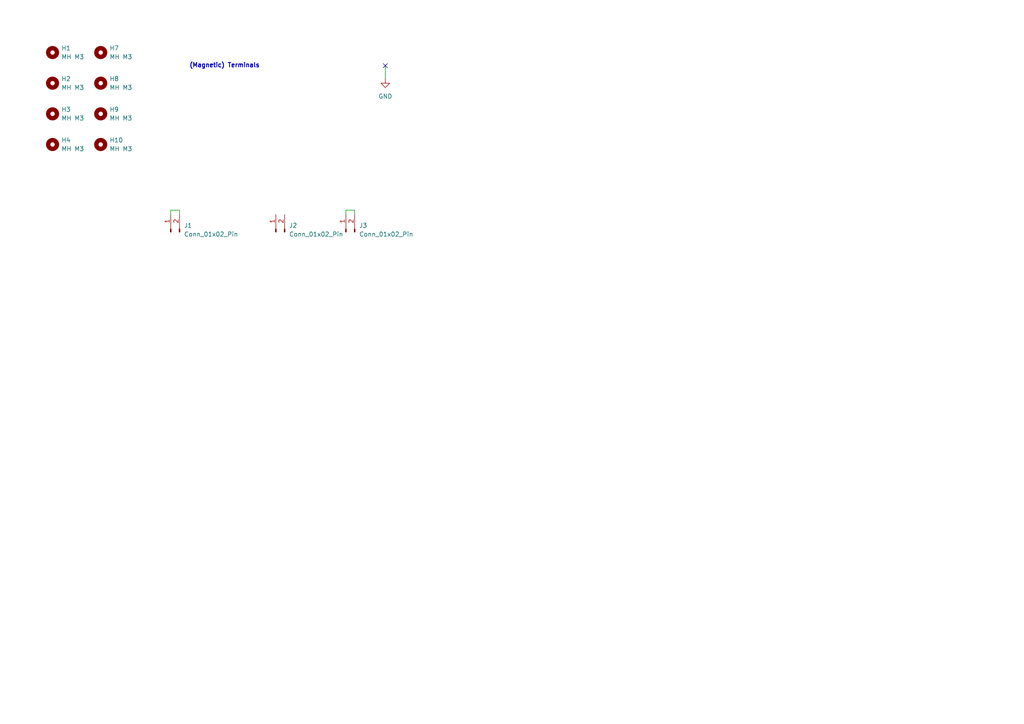
<source format=kicad_sch>
(kicad_sch (version 20250114) (generator "eeschema") (generator_version "9.0")
  (paper "A4")
  (lib_symbols
    (symbol "Connector:Conn_01x02_Pin" (pin_names (offset 1.016) (hide yes))
      (property "Reference" "J" (at 0 2.54 0))
      (property "Value" "Conn_01x02_Pin" (at 0 -5.08 0))
      (symbol "Conn_01x02_Pin_1_1"
        (rectangle (start 0.8636 0.127) (end 0 -0.127) (stroke (width 0.1524)) (fill (type outline)))
        (rectangle (start 0.8636 -2.413) (end 0 -2.667) (stroke (width 0.1524)) (fill (type outline)))
        (polyline (pts (xy 1.27 0) (xy 0.8636 0)) (stroke (width 0.1524)))
        (polyline (pts (xy 1.27 -2.54) (xy 0.8636 -2.54)) (stroke (width 0.1524)))
        (pin passive line (at 5.08 0 180) (length 3.81) (name "Pin_1") (number "1"))
        (pin passive line (at 5.08 -2.54 180) (length 3.81) (name "Pin_2") (number "2"))
      )
    )
    (symbol "Mechanical:MountingHole" (pin_names (offset 1.016)) (exclude_from_sim yes) (in_bom no)
      (property "Reference" "H" (at 0 5.08 0))
      (property "Value" "MountingHole" (at 0 3.175 0))
      (symbol "MountingHole_0_1"
        (circle (center 0 0) (radius 1.27) (stroke (width 1.27)))
      )
    )
    (symbol "power:GND" (power) (pin_numbers (hide yes)) (pin_names (offset 0) (hide yes))
      (property "Value" "GND" (at 0 -3.81 0))
      (symbol "GND_0_1"
        (polyline (pts (xy 0 0) (xy 0 -1.27) (xy 1.27 -1.27) (xy 0 -2.54) (xy -1.27 -1.27) (xy 0 -1.27)))
      )
      (symbol "GND_1_1"
        (pin power_in line (at 0 0 270) (length 0) (name "~") (number "1"))
      )
    )
  )
  (text "(Magnetic) Terminals" (at 54.864 19.812 0) (effects (font (size 1.27 1.27) (thickness 0.254) (bold yes)) (justify left bottom)))
  (no_connect (at 111.76 19.05))
  (wire (pts (xy 111.76 19.05) (xy 111.76 22.86)))
  (wire (pts (xy 102.87 60.96) (xy 102.87 62.23)))
  (wire (pts (xy 49.53 60.96) (xy 52.07 60.96)))
  (wire (pts (xy 52.07 60.96) (xy 52.07 62.23)))
  (wire (pts (xy 100.33 60.96) (xy 102.87 60.96)))
  (wire (pts (xy 49.53 60.96) (xy 49.53 62.23)))
  (wire (pts (xy 100.33 60.96) (xy 100.33 62.23)))
  (symbol (lib_id "Mechanical:MountingHole") (at 15.24 41.91 0) (unit 1) (in_bom no)
    (property "Reference" "H4" (at 17.78 40.6399 0) (effects (justify left)))
    (property "Value" "MH M3" (at 17.78 43.1799 0) (effects (justify left)))
    (property "Footprint" "EASYEDA2KICAD:MountingHole_3.0mm_M3_tight" (effects (hide yes)))
    (property "Description" "Mounting Hole without connection" (effects (hide yes)))
  )
  (symbol (lib_id "Mechanical:MountingHole") (at 29.21 33.02 0) (unit 1) (in_bom no)
    (property "Reference" "H9" (at 31.75 31.7499 0) (effects (justify left)))
    (property "Value" "MH M3" (at 31.75 34.2899 0) (effects (justify left)))
    (property "Footprint" "EASYEDA2KICAD:MountingHole_3.0mm_M3_tight" (effects (hide yes)))
    (property "Description" "Mounting Hole without connection" (effects (hide yes)))
  )
  (symbol (lib_id "Mechanical:MountingHole") (at 29.21 15.24 0) (unit 1) (in_bom no)
    (property "Reference" "H7" (at 31.75 13.9699 0) (effects (justify left)))
    (property "Value" "MH M3" (at 31.75 16.5099 0) (effects (justify left)))
    (property "Footprint" "EASYEDA2KICAD:MountingHole_3.0mm_M3_tight" (effects (hide yes)))
    (property "Description" "Mounting Hole without connection" (effects (hide yes)))
  )
  (symbol (lib_id "Connector:Conn_01x02_Pin") (at 100.33 67.31 90) (unit 1)
    (property "Reference" "J3" (at 104.14 65.4049 90) (effects (justify right)))
    (property "Value" "Conn_01x02_Pin" (at 104.14 67.9449 90) (effects (justify right)))
    (property "Footprint" "EASYEDA2KICAD:Magnetic_Connector_1x02_P2.5mm_Horizontal_round-ears" (effects (hide yes)))
    (property "Description" "Generic connector, single row, 01x02, script generated" (effects (hide yes)))
  )
  (symbol (lib_id "Mechanical:MountingHole") (at 15.24 15.24 0) (unit 1) (in_bom no)
    (property "Reference" "H1" (at 17.78 13.9699 0) (effects (justify left)))
    (property "Value" "MH M3" (at 17.78 16.5099 0) (effects (justify left)))
    (property "Footprint" "EASYEDA2KICAD:MountingHole_3.0mm_M3_tight" (effects (hide yes)))
    (property "Description" "Mounting Hole without connection" (effects (hide yes)))
  )
  (symbol (lib_id "Mechanical:MountingHole") (at 29.21 41.91 0) (unit 1) (in_bom no)
    (property "Reference" "H10" (at 31.75 40.6399 0) (effects (justify left)))
    (property "Value" "MH M3" (at 31.75 43.1799 0) (effects (justify left)))
    (property "Footprint" "EASYEDA2KICAD:MountingHole_3.0mm_M3_tight" (effects (hide yes)))
    (property "Description" "Mounting Hole without connection" (effects (hide yes)))
  )
  (symbol (lib_id "Mechanical:MountingHole") (at 15.24 24.13 0) (unit 1) (in_bom no)
    (property "Reference" "H2" (at 17.78 22.8599 0) (effects (justify left)))
    (property "Value" "MH M3" (at 17.78 25.3999 0) (effects (justify left)))
    (property "Footprint" "EASYEDA2KICAD:MountingHole_3.0mm_M3_tight" (effects (hide yes)))
    (property "Description" "Mounting Hole without connection" (effects (hide yes)))
  )
  (symbol (lib_id "Connector:Conn_01x02_Pin") (at 49.53 67.31 90) (unit 1)
    (property "Reference" "J1" (at 53.34 65.4049 90) (effects (justify right)))
    (property "Value" "Conn_01x02_Pin" (at 53.34 67.9449 90) (effects (justify right)))
    (property "Footprint" "EASYEDA2KICAD:Magnetic_Connector_1x02_P2.5mm_Horizontal_round-ears" (effects (hide yes)))
    (property "Description" "Generic connector, single row, 01x02, script generated" (effects (hide yes)))
  )
  (symbol (lib_id "Connector:Conn_01x02_Pin") (at 80.01 67.31 90) (unit 1)
    (property "Reference" "J2" (at 83.82 65.4049 90) (effects (justify right)))
    (property "Value" "Conn_01x02_Pin" (at 83.82 67.9449 90) (effects (justify right)))
    (property "Footprint" "EASYEDA2KICAD:Magnetic_Connector_1x02_P2.5mm_Horizontal_round-ears" (effects (hide yes)))
    (property "Description" "Generic connector, single row, 01x02, script generated" (effects (hide yes)))
  )
  (symbol (lib_id "Mechanical:MountingHole") (at 15.24 33.02 0) (unit 1) (in_bom no)
    (property "Reference" "H3" (at 17.78 31.7499 0) (effects (justify left)))
    (property "Value" "MH M3" (at 17.78 34.2899 0) (effects (justify left)))
    (property "Footprint" "EASYEDA2KICAD:MountingHole_3.0mm_M3_tight" (effects (hide yes)))
    (property "Description" "Mounting Hole without connection" (effects (hide yes)))
  )
  (symbol (lib_id "Mechanical:MountingHole") (at 29.21 24.13 0) (unit 1) (in_bom no)
    (property "Reference" "H8" (at 31.75 22.8599 0) (effects (justify left)))
    (property "Value" "MH M3" (at 31.75 25.3999 0) (effects (justify left)))
    (property "Footprint" "EASYEDA2KICAD:MountingHole_3.0mm_M3_tight" (effects (hide yes)))
    (property "Description" "Mounting Hole without connection" (effects (hide yes)))
  )
  (symbol (lib_id "power:GND") (at 111.76 22.86 0) (unit 1)
    (property "Reference" "#PWR01" (effects (hide yes)))
    (property "Value" "GND" (at 111.76 27.94 0))
    (property "Description" "Power symbol creates a global label with name \"GND\" , ground" (effects (hide yes)))
  )
)
</source>
